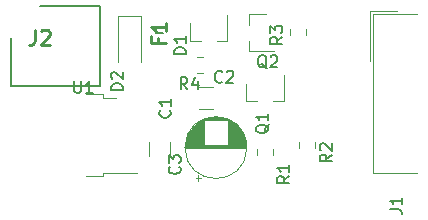
<source format=gbr>
G04 #@! TF.GenerationSoftware,KiCad,Pcbnew,(5.0.0)*
G04 #@! TF.CreationDate,2018-12-07T10:27:40+01:00*
G04 #@! TF.ProjectId,SoNavi,536F4E6176692E6B696361645F706362,rev?*
G04 #@! TF.SameCoordinates,Original*
G04 #@! TF.FileFunction,Legend,Top*
G04 #@! TF.FilePolarity,Positive*
%FSLAX46Y46*%
G04 Gerber Fmt 4.6, Leading zero omitted, Abs format (unit mm)*
G04 Created by KiCad (PCBNEW (5.0.0)) date 12/07/18 10:27:40*
%MOMM*%
%LPD*%
G01*
G04 APERTURE LIST*
%ADD10C,0.120000*%
%ADD11C,0.200000*%
%ADD12C,0.150000*%
%ADD13C,0.254000*%
G04 APERTURE END LIST*
D10*
G04 #@! TO.C,R2*
X78180000Y-81206078D02*
X78180000Y-80688922D01*
X76760000Y-81206078D02*
X76760000Y-80688922D01*
G04 #@! TO.C,Q1*
X72334000Y-77214000D02*
X73264000Y-77214000D01*
X75494000Y-77214000D02*
X74564000Y-77214000D01*
X75494000Y-77214000D02*
X75494000Y-75054000D01*
X72334000Y-77214000D02*
X72334000Y-75754000D01*
G04 #@! TO.C,Q2*
X72556162Y-69867928D02*
X74016162Y-69867928D01*
X72556162Y-73027928D02*
X74716162Y-73027928D01*
X72556162Y-73027928D02*
X72556162Y-72097928D01*
X72556162Y-69867928D02*
X72556162Y-70797928D01*
G04 #@! TO.C,R1*
X73204000Y-81792578D02*
X73204000Y-81275422D01*
X74624000Y-81792578D02*
X74624000Y-81275422D01*
G04 #@! TO.C,R3*
X75998000Y-71632578D02*
X75998000Y-71115422D01*
X77418000Y-71632578D02*
X77418000Y-71115422D01*
G04 #@! TO.C,R4*
X68145922Y-74878000D02*
X68663078Y-74878000D01*
X68145922Y-73458000D02*
X68663078Y-73458000D01*
G04 #@! TO.C,D1*
X67586162Y-72107928D02*
X68516162Y-72107928D01*
X70746162Y-72107928D02*
X69816162Y-72107928D01*
X70746162Y-72107928D02*
X70746162Y-69947928D01*
X67586162Y-72107928D02*
X67586162Y-70647928D01*
G04 #@! TO.C,U1*
X58736162Y-83567928D02*
X60236162Y-83567928D01*
X60236162Y-83567928D02*
X60236162Y-83297928D01*
X60236162Y-83297928D02*
X63066162Y-83297928D01*
X58736162Y-76667928D02*
X60236162Y-76667928D01*
X60236162Y-76667928D02*
X60236162Y-76937928D01*
X60236162Y-76937928D02*
X61336162Y-76937928D01*
G04 #@! TO.C,C1*
X65900162Y-80667864D02*
X65900162Y-81871992D01*
X64080162Y-80667864D02*
X64080162Y-81871992D01*
G04 #@! TO.C,C2*
X68355936Y-77872000D02*
X69560064Y-77872000D01*
X68355936Y-76052000D02*
X69560064Y-76052000D01*
G04 #@! TO.C,J1*
X86796162Y-69874595D02*
X83056162Y-69874595D01*
X83056162Y-69874595D02*
X83056162Y-83321261D01*
X83056162Y-83321261D02*
X86796162Y-83321261D01*
X85056162Y-69634595D02*
X82816162Y-69634595D01*
X82816162Y-69634595D02*
X82816162Y-73827928D01*
G04 #@! TO.C,C3*
X72386162Y-81159928D02*
G75*
G03X72386162Y-81159928I-2620000J0D01*
G01*
X67186162Y-81159928D02*
X72346162Y-81159928D01*
X67186162Y-81119928D02*
X72346162Y-81119928D01*
X67187162Y-81079928D02*
X72345162Y-81079928D01*
X67188162Y-81039928D02*
X72344162Y-81039928D01*
X67190162Y-80999928D02*
X72342162Y-80999928D01*
X67193162Y-80959928D02*
X72339162Y-80959928D01*
X67197162Y-80919928D02*
X68726162Y-80919928D01*
X70806162Y-80919928D02*
X72335162Y-80919928D01*
X67201162Y-80879928D02*
X68726162Y-80879928D01*
X70806162Y-80879928D02*
X72331162Y-80879928D01*
X67205162Y-80839928D02*
X68726162Y-80839928D01*
X70806162Y-80839928D02*
X72327162Y-80839928D01*
X67210162Y-80799928D02*
X68726162Y-80799928D01*
X70806162Y-80799928D02*
X72322162Y-80799928D01*
X67216162Y-80759928D02*
X68726162Y-80759928D01*
X70806162Y-80759928D02*
X72316162Y-80759928D01*
X67223162Y-80719928D02*
X68726162Y-80719928D01*
X70806162Y-80719928D02*
X72309162Y-80719928D01*
X67230162Y-80679928D02*
X68726162Y-80679928D01*
X70806162Y-80679928D02*
X72302162Y-80679928D01*
X67238162Y-80639928D02*
X68726162Y-80639928D01*
X70806162Y-80639928D02*
X72294162Y-80639928D01*
X67246162Y-80599928D02*
X68726162Y-80599928D01*
X70806162Y-80599928D02*
X72286162Y-80599928D01*
X67255162Y-80559928D02*
X68726162Y-80559928D01*
X70806162Y-80559928D02*
X72277162Y-80559928D01*
X67265162Y-80519928D02*
X68726162Y-80519928D01*
X70806162Y-80519928D02*
X72267162Y-80519928D01*
X67275162Y-80479928D02*
X68726162Y-80479928D01*
X70806162Y-80479928D02*
X72257162Y-80479928D01*
X67286162Y-80438928D02*
X68726162Y-80438928D01*
X70806162Y-80438928D02*
X72246162Y-80438928D01*
X67298162Y-80398928D02*
X68726162Y-80398928D01*
X70806162Y-80398928D02*
X72234162Y-80398928D01*
X67311162Y-80358928D02*
X68726162Y-80358928D01*
X70806162Y-80358928D02*
X72221162Y-80358928D01*
X67324162Y-80318928D02*
X68726162Y-80318928D01*
X70806162Y-80318928D02*
X72208162Y-80318928D01*
X67338162Y-80278928D02*
X68726162Y-80278928D01*
X70806162Y-80278928D02*
X72194162Y-80278928D01*
X67352162Y-80238928D02*
X68726162Y-80238928D01*
X70806162Y-80238928D02*
X72180162Y-80238928D01*
X67368162Y-80198928D02*
X68726162Y-80198928D01*
X70806162Y-80198928D02*
X72164162Y-80198928D01*
X67384162Y-80158928D02*
X68726162Y-80158928D01*
X70806162Y-80158928D02*
X72148162Y-80158928D01*
X67401162Y-80118928D02*
X68726162Y-80118928D01*
X70806162Y-80118928D02*
X72131162Y-80118928D01*
X67418162Y-80078928D02*
X68726162Y-80078928D01*
X70806162Y-80078928D02*
X72114162Y-80078928D01*
X67437162Y-80038928D02*
X68726162Y-80038928D01*
X70806162Y-80038928D02*
X72095162Y-80038928D01*
X67456162Y-79998928D02*
X68726162Y-79998928D01*
X70806162Y-79998928D02*
X72076162Y-79998928D01*
X67476162Y-79958928D02*
X68726162Y-79958928D01*
X70806162Y-79958928D02*
X72056162Y-79958928D01*
X67498162Y-79918928D02*
X68726162Y-79918928D01*
X70806162Y-79918928D02*
X72034162Y-79918928D01*
X67519162Y-79878928D02*
X68726162Y-79878928D01*
X70806162Y-79878928D02*
X72013162Y-79878928D01*
X67542162Y-79838928D02*
X68726162Y-79838928D01*
X70806162Y-79838928D02*
X71990162Y-79838928D01*
X67566162Y-79798928D02*
X68726162Y-79798928D01*
X70806162Y-79798928D02*
X71966162Y-79798928D01*
X67591162Y-79758928D02*
X68726162Y-79758928D01*
X70806162Y-79758928D02*
X71941162Y-79758928D01*
X67617162Y-79718928D02*
X68726162Y-79718928D01*
X70806162Y-79718928D02*
X71915162Y-79718928D01*
X67644162Y-79678928D02*
X68726162Y-79678928D01*
X70806162Y-79678928D02*
X71888162Y-79678928D01*
X67671162Y-79638928D02*
X68726162Y-79638928D01*
X70806162Y-79638928D02*
X71861162Y-79638928D01*
X67701162Y-79598928D02*
X68726162Y-79598928D01*
X70806162Y-79598928D02*
X71831162Y-79598928D01*
X67731162Y-79558928D02*
X68726162Y-79558928D01*
X70806162Y-79558928D02*
X71801162Y-79558928D01*
X67762162Y-79518928D02*
X68726162Y-79518928D01*
X70806162Y-79518928D02*
X71770162Y-79518928D01*
X67795162Y-79478928D02*
X68726162Y-79478928D01*
X70806162Y-79478928D02*
X71737162Y-79478928D01*
X67829162Y-79438928D02*
X68726162Y-79438928D01*
X70806162Y-79438928D02*
X71703162Y-79438928D01*
X67865162Y-79398928D02*
X68726162Y-79398928D01*
X70806162Y-79398928D02*
X71667162Y-79398928D01*
X67902162Y-79358928D02*
X68726162Y-79358928D01*
X70806162Y-79358928D02*
X71630162Y-79358928D01*
X67940162Y-79318928D02*
X68726162Y-79318928D01*
X70806162Y-79318928D02*
X71592162Y-79318928D01*
X67981162Y-79278928D02*
X68726162Y-79278928D01*
X70806162Y-79278928D02*
X71551162Y-79278928D01*
X68023162Y-79238928D02*
X68726162Y-79238928D01*
X70806162Y-79238928D02*
X71509162Y-79238928D01*
X68067162Y-79198928D02*
X68726162Y-79198928D01*
X70806162Y-79198928D02*
X71465162Y-79198928D01*
X68113162Y-79158928D02*
X68726162Y-79158928D01*
X70806162Y-79158928D02*
X71419162Y-79158928D01*
X68161162Y-79118928D02*
X68726162Y-79118928D01*
X70806162Y-79118928D02*
X71371162Y-79118928D01*
X68212162Y-79078928D02*
X68726162Y-79078928D01*
X70806162Y-79078928D02*
X71320162Y-79078928D01*
X68266162Y-79038928D02*
X68726162Y-79038928D01*
X70806162Y-79038928D02*
X71266162Y-79038928D01*
X68323162Y-78998928D02*
X68726162Y-78998928D01*
X70806162Y-78998928D02*
X71209162Y-78998928D01*
X68383162Y-78958928D02*
X68726162Y-78958928D01*
X70806162Y-78958928D02*
X71149162Y-78958928D01*
X68447162Y-78918928D02*
X68726162Y-78918928D01*
X70806162Y-78918928D02*
X71085162Y-78918928D01*
X68515162Y-78878928D02*
X68726162Y-78878928D01*
X70806162Y-78878928D02*
X71017162Y-78878928D01*
X68588162Y-78838928D02*
X70944162Y-78838928D01*
X68668162Y-78798928D02*
X70864162Y-78798928D01*
X68755162Y-78758928D02*
X70777162Y-78758928D01*
X68851162Y-78718928D02*
X70681162Y-78718928D01*
X68961162Y-78678928D02*
X70571162Y-78678928D01*
X69089162Y-78638928D02*
X70443162Y-78638928D01*
X69248162Y-78598928D02*
X70284162Y-78598928D01*
X69482162Y-78558928D02*
X70050162Y-78558928D01*
X68291162Y-83964703D02*
X68291162Y-83464703D01*
X68041162Y-83714703D02*
X68541162Y-83714703D01*
D11*
G04 #@! TO.C,J2*
X54864000Y-69212000D02*
X59949000Y-69212000D01*
X59949000Y-69212000D02*
X59949000Y-75942000D01*
X59949000Y-75942000D02*
X52449000Y-75942000D01*
X52449000Y-75942000D02*
X52449000Y-71882000D01*
D10*
G04 #@! TO.C,D2*
X63450162Y-69999928D02*
X61450162Y-69999928D01*
X61450162Y-69999928D02*
X61450162Y-73899928D01*
X63450162Y-69999928D02*
X63450162Y-73899928D01*
D11*
G04 #@! TO.C,F1*
X65315162Y-71487928D02*
X64665162Y-71487928D01*
G04 #@! TO.C,R2*
D12*
X79572380Y-81764166D02*
X79096190Y-82097500D01*
X79572380Y-82335595D02*
X78572380Y-82335595D01*
X78572380Y-81954642D01*
X78620000Y-81859404D01*
X78667619Y-81811785D01*
X78762857Y-81764166D01*
X78905714Y-81764166D01*
X79000952Y-81811785D01*
X79048571Y-81859404D01*
X79096190Y-81954642D01*
X79096190Y-82335595D01*
X78667619Y-81383214D02*
X78620000Y-81335595D01*
X78572380Y-81240357D01*
X78572380Y-81002261D01*
X78620000Y-80907023D01*
X78667619Y-80859404D01*
X78762857Y-80811785D01*
X78858095Y-80811785D01*
X79000952Y-80859404D01*
X79572380Y-81430833D01*
X79572380Y-80811785D01*
G04 #@! TO.C,Q1*
X74241457Y-79199238D02*
X74193838Y-79294476D01*
X74098599Y-79389714D01*
X73955742Y-79532571D01*
X73908123Y-79627809D01*
X73908123Y-79723047D01*
X74146218Y-79675428D02*
X74098599Y-79770666D01*
X74003361Y-79865904D01*
X73812885Y-79913523D01*
X73479552Y-79913523D01*
X73289076Y-79865904D01*
X73193838Y-79770666D01*
X73146218Y-79675428D01*
X73146218Y-79484952D01*
X73193838Y-79389714D01*
X73289076Y-79294476D01*
X73479552Y-79246857D01*
X73812885Y-79246857D01*
X74003361Y-79294476D01*
X74098599Y-79389714D01*
X74146218Y-79484952D01*
X74146218Y-79675428D01*
X74146218Y-78294476D02*
X74146218Y-78865904D01*
X74146218Y-78580190D02*
X73146218Y-78580190D01*
X73289076Y-78675428D01*
X73384314Y-78770666D01*
X73431933Y-78865904D01*
G04 #@! TO.C,Q2*
X74072761Y-74461619D02*
X73977523Y-74414000D01*
X73882285Y-74318761D01*
X73739428Y-74175904D01*
X73644190Y-74128285D01*
X73548952Y-74128285D01*
X73596571Y-74366380D02*
X73501333Y-74318761D01*
X73406095Y-74223523D01*
X73358476Y-74033047D01*
X73358476Y-73699714D01*
X73406095Y-73509238D01*
X73501333Y-73414000D01*
X73596571Y-73366380D01*
X73787047Y-73366380D01*
X73882285Y-73414000D01*
X73977523Y-73509238D01*
X74025142Y-73699714D01*
X74025142Y-74033047D01*
X73977523Y-74223523D01*
X73882285Y-74318761D01*
X73787047Y-74366380D01*
X73596571Y-74366380D01*
X74406095Y-73461619D02*
X74453714Y-73414000D01*
X74548952Y-73366380D01*
X74787047Y-73366380D01*
X74882285Y-73414000D01*
X74929904Y-73461619D01*
X74977523Y-73556857D01*
X74977523Y-73652095D01*
X74929904Y-73794952D01*
X74358476Y-74366380D01*
X74977523Y-74366380D01*
G04 #@! TO.C,R1*
X75966380Y-83588166D02*
X75490190Y-83921500D01*
X75966380Y-84159595D02*
X74966380Y-84159595D01*
X74966380Y-83778642D01*
X75014000Y-83683404D01*
X75061619Y-83635785D01*
X75156857Y-83588166D01*
X75299714Y-83588166D01*
X75394952Y-83635785D01*
X75442571Y-83683404D01*
X75490190Y-83778642D01*
X75490190Y-84159595D01*
X75966380Y-82635785D02*
X75966380Y-83207214D01*
X75966380Y-82921500D02*
X74966380Y-82921500D01*
X75109238Y-83016738D01*
X75204476Y-83111976D01*
X75252095Y-83207214D01*
G04 #@! TO.C,R3*
X75382380Y-71794666D02*
X74906190Y-72128000D01*
X75382380Y-72366095D02*
X74382380Y-72366095D01*
X74382380Y-71985142D01*
X74430000Y-71889904D01*
X74477619Y-71842285D01*
X74572857Y-71794666D01*
X74715714Y-71794666D01*
X74810952Y-71842285D01*
X74858571Y-71889904D01*
X74906190Y-71985142D01*
X74906190Y-72366095D01*
X74382380Y-71461333D02*
X74382380Y-70842285D01*
X74763333Y-71175619D01*
X74763333Y-71032761D01*
X74810952Y-70937523D01*
X74858571Y-70889904D01*
X74953809Y-70842285D01*
X75191904Y-70842285D01*
X75287142Y-70889904D01*
X75334761Y-70937523D01*
X75382380Y-71032761D01*
X75382380Y-71318476D01*
X75334761Y-71413714D01*
X75287142Y-71461333D01*
G04 #@! TO.C,R4*
X67350333Y-76220380D02*
X67017000Y-75744190D01*
X66778904Y-76220380D02*
X66778904Y-75220380D01*
X67159857Y-75220380D01*
X67255095Y-75268000D01*
X67302714Y-75315619D01*
X67350333Y-75410857D01*
X67350333Y-75553714D01*
X67302714Y-75648952D01*
X67255095Y-75696571D01*
X67159857Y-75744190D01*
X66778904Y-75744190D01*
X68207476Y-75553714D02*
X68207476Y-76220380D01*
X67969380Y-75172761D02*
X67731285Y-75887047D01*
X68350333Y-75887047D01*
G04 #@! TO.C,D1*
X67220542Y-73242023D02*
X66220542Y-73242023D01*
X66220542Y-73003928D01*
X66268162Y-72861070D01*
X66363400Y-72765832D01*
X66458638Y-72718213D01*
X66649114Y-72670594D01*
X66791971Y-72670594D01*
X66982447Y-72718213D01*
X67077685Y-72765832D01*
X67172923Y-72861070D01*
X67220542Y-73003928D01*
X67220542Y-73242023D01*
X67220542Y-71718213D02*
X67220542Y-72289642D01*
X67220542Y-72003928D02*
X66220542Y-72003928D01*
X66363400Y-72099166D01*
X66458638Y-72194404D01*
X66506257Y-72289642D01*
G04 #@! TO.C,U1*
X57774257Y-75530308D02*
X57774257Y-76339832D01*
X57821876Y-76435070D01*
X57869495Y-76482689D01*
X57964733Y-76530308D01*
X58155209Y-76530308D01*
X58250447Y-76482689D01*
X58298066Y-76435070D01*
X58345685Y-76339832D01*
X58345685Y-75530308D01*
X59345685Y-76530308D02*
X58774257Y-76530308D01*
X59059971Y-76530308D02*
X59059971Y-75530308D01*
X58964733Y-75673166D01*
X58869495Y-75768404D01*
X58774257Y-75816023D01*
G04 #@! TO.C,C1*
X65855304Y-78004594D02*
X65902923Y-78052213D01*
X65950542Y-78195070D01*
X65950542Y-78290308D01*
X65902923Y-78433166D01*
X65807685Y-78528404D01*
X65712447Y-78576023D01*
X65521971Y-78623642D01*
X65379114Y-78623642D01*
X65188638Y-78576023D01*
X65093400Y-78528404D01*
X64998162Y-78433166D01*
X64950542Y-78290308D01*
X64950542Y-78195070D01*
X64998162Y-78052213D01*
X65045781Y-78004594D01*
X65950542Y-77052213D02*
X65950542Y-77623642D01*
X65950542Y-77337928D02*
X64950542Y-77337928D01*
X65093400Y-77433166D01*
X65188638Y-77528404D01*
X65236257Y-77623642D01*
G04 #@! TO.C,C2*
X70291333Y-75569142D02*
X70243714Y-75616761D01*
X70100857Y-75664380D01*
X70005619Y-75664380D01*
X69862761Y-75616761D01*
X69767523Y-75521523D01*
X69719904Y-75426285D01*
X69672285Y-75235809D01*
X69672285Y-75092952D01*
X69719904Y-74902476D01*
X69767523Y-74807238D01*
X69862761Y-74712000D01*
X70005619Y-74664380D01*
X70100857Y-74664380D01*
X70243714Y-74712000D01*
X70291333Y-74759619D01*
X70672285Y-74759619D02*
X70719904Y-74712000D01*
X70815142Y-74664380D01*
X71053238Y-74664380D01*
X71148476Y-74712000D01*
X71196095Y-74759619D01*
X71243714Y-74854857D01*
X71243714Y-74950095D01*
X71196095Y-75092952D01*
X70624666Y-75664380D01*
X71243714Y-75664380D01*
G04 #@! TO.C,J1*
X84508542Y-86394594D02*
X85222828Y-86394594D01*
X85365685Y-86442213D01*
X85460923Y-86537451D01*
X85508542Y-86680308D01*
X85508542Y-86775546D01*
X85508542Y-85394594D02*
X85508542Y-85966022D01*
X85508542Y-85680308D02*
X84508542Y-85680308D01*
X84651400Y-85775546D01*
X84746638Y-85870784D01*
X84794257Y-85966022D01*
G04 #@! TO.C,C3*
X66673304Y-82776594D02*
X66720923Y-82824213D01*
X66768542Y-82967070D01*
X66768542Y-83062308D01*
X66720923Y-83205166D01*
X66625685Y-83300404D01*
X66530447Y-83348023D01*
X66339971Y-83395642D01*
X66197114Y-83395642D01*
X66006638Y-83348023D01*
X65911400Y-83300404D01*
X65816162Y-83205166D01*
X65768542Y-83062308D01*
X65768542Y-82967070D01*
X65816162Y-82824213D01*
X65863781Y-82776594D01*
X65768542Y-82443261D02*
X65768542Y-81824213D01*
X66149495Y-82157547D01*
X66149495Y-82014689D01*
X66197114Y-81919451D01*
X66244733Y-81871832D01*
X66339971Y-81824213D01*
X66578066Y-81824213D01*
X66673304Y-81871832D01*
X66720923Y-81919451D01*
X66768542Y-82014689D01*
X66768542Y-82300404D01*
X66720923Y-82395642D01*
X66673304Y-82443261D01*
G04 #@! TO.C,J2*
D13*
X54440666Y-71186523D02*
X54440666Y-72093666D01*
X54380190Y-72275095D01*
X54259238Y-72396047D01*
X54077809Y-72456523D01*
X53956857Y-72456523D01*
X54984952Y-71307476D02*
X55045428Y-71247000D01*
X55166380Y-71186523D01*
X55468761Y-71186523D01*
X55589714Y-71247000D01*
X55650190Y-71307476D01*
X55710666Y-71428428D01*
X55710666Y-71549380D01*
X55650190Y-71730809D01*
X54924476Y-72456523D01*
X55710666Y-72456523D01*
G04 #@! TO.C,D2*
D12*
X61886542Y-76290023D02*
X60886542Y-76290023D01*
X60886542Y-76051928D01*
X60934162Y-75909070D01*
X61029400Y-75813832D01*
X61124638Y-75766213D01*
X61315114Y-75718594D01*
X61457971Y-75718594D01*
X61648447Y-75766213D01*
X61743685Y-75813832D01*
X61838923Y-75909070D01*
X61886542Y-76051928D01*
X61886542Y-76290023D01*
X60981781Y-75337642D02*
X60934162Y-75290023D01*
X60886542Y-75194785D01*
X60886542Y-74956689D01*
X60934162Y-74861451D01*
X60981781Y-74813832D01*
X61077019Y-74766213D01*
X61172257Y-74766213D01*
X61315114Y-74813832D01*
X61886542Y-75385261D01*
X61886542Y-74766213D01*
G04 #@! TO.C,F1*
D13*
X64899447Y-71911261D02*
X64899447Y-72334594D01*
X65564685Y-72334594D02*
X64294685Y-72334594D01*
X64294685Y-71729832D01*
X65564685Y-70580785D02*
X65564685Y-71306499D01*
X65564685Y-70943642D02*
X64294685Y-70943642D01*
X64476114Y-71064594D01*
X64597066Y-71185547D01*
X64657542Y-71306499D01*
G04 #@! TD*
M02*

</source>
